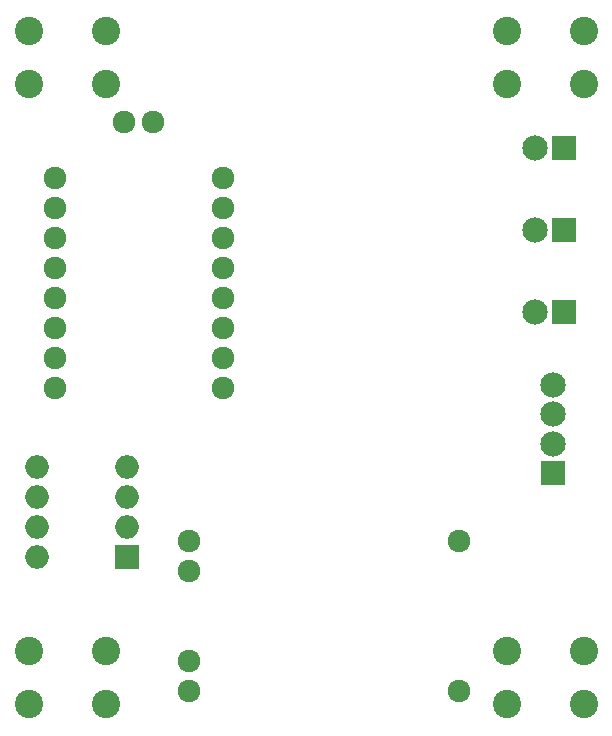
<source format=gbr>
G04 #@! TF.FileFunction,Soldermask,Top*
%FSLAX46Y46*%
G04 Gerber Fmt 4.6, Leading zero omitted, Abs format (unit mm)*
G04 Created by KiCad (PCBNEW 4.0.6+dfsg1-1) date Thu Jan 18 10:21:15 2018*
%MOMM*%
%LPD*%
G01*
G04 APERTURE LIST*
%ADD10C,0.100000*%
%ADD11C,1.924000*%
%ADD12R,2.000000X2.000000*%
%ADD13O,2.000000X2.000000*%
%ADD14R,2.150000X2.150000*%
%ADD15C,2.150000*%
%ADD16C,2.400000*%
G04 APERTURE END LIST*
D10*
D11*
X148270000Y-142310000D03*
X148270000Y-134690000D03*
X148270000Y-132150000D03*
X148270000Y-144850000D03*
X171130000Y-132150000D03*
X171130000Y-144850000D03*
D12*
X143000000Y-133550000D03*
D13*
X135380000Y-125930000D03*
X143000000Y-131010000D03*
X135380000Y-128470000D03*
X143000000Y-128470000D03*
X135380000Y-131010000D03*
X143000000Y-125930000D03*
X135380000Y-133550000D03*
D11*
X151112000Y-119190000D03*
X151112000Y-116650000D03*
X151112000Y-114110000D03*
X151112000Y-111570000D03*
X151112000Y-109030000D03*
X151112000Y-106490000D03*
X151112000Y-103950000D03*
X151112000Y-101410000D03*
X136888000Y-119190000D03*
X136888000Y-116650000D03*
X136888000Y-114110000D03*
X136888000Y-111570000D03*
X136888000Y-109030000D03*
X136888000Y-106490000D03*
X136888000Y-103950000D03*
X136888000Y-101410000D03*
X145200000Y-96700000D03*
X142800000Y-96700000D03*
D14*
X180050000Y-105850000D03*
D15*
X177550000Y-105850000D03*
D14*
X180050000Y-98900000D03*
D15*
X177550000Y-98900000D03*
D16*
X134700000Y-93500000D03*
X134700000Y-89000000D03*
X141200000Y-93500000D03*
X141200000Y-89000000D03*
X175200000Y-93500000D03*
X175200000Y-89000000D03*
X181700000Y-93500000D03*
X181700000Y-89000000D03*
X175200000Y-146000000D03*
X175200000Y-141500000D03*
X181700000Y-146000000D03*
X181700000Y-141500000D03*
X134700000Y-146000000D03*
X134700000Y-141500000D03*
X141200000Y-146000000D03*
X141200000Y-141500000D03*
D14*
X180050000Y-112750000D03*
D15*
X177550000Y-112750000D03*
D14*
X179100000Y-126450000D03*
D15*
X179100000Y-123950000D03*
X179100000Y-121450000D03*
X179100000Y-118950000D03*
M02*

</source>
